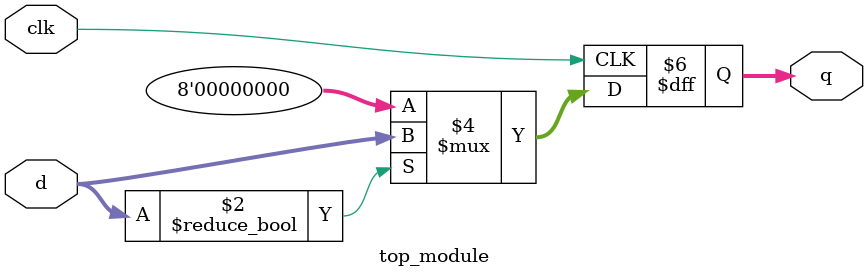
<source format=v>
module top_module (
    input clk,
    input [7:0] d,
    output [7:0] q
);
    
    always @(posedge clk)begin
        if(d)begin
            q<=d;
        end
        else begin
            q<=0;
        end
    end
endmodule

</source>
